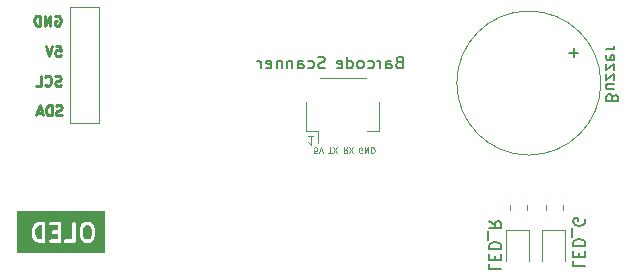
<source format=gbr>
%TF.GenerationSoftware,KiCad,Pcbnew,(7.99.0-200-gad838e3d73)*%
%TF.CreationDate,2024-03-07T11:40:56+07:00*%
%TF.ProjectId,WMS_PCB2,574d535f-5043-4423-922e-6b696361645f,rev?*%
%TF.SameCoordinates,Original*%
%TF.FileFunction,Legend,Bot*%
%TF.FilePolarity,Positive*%
%FSLAX46Y46*%
G04 Gerber Fmt 4.6, Leading zero omitted, Abs format (unit mm)*
G04 Created by KiCad (PCBNEW (7.99.0-200-gad838e3d73)) date 2024-03-07 11:40:56*
%MOMM*%
%LPD*%
G01*
G04 APERTURE LIST*
%ADD10C,0.200000*%
%ADD11C,0.300000*%
%ADD12C,0.100000*%
%ADD13C,0.150000*%
%ADD14C,0.212500*%
%ADD15C,0.120000*%
G04 APERTURE END LIST*
D10*
X240501619Y-94535714D02*
X240501619Y-95011904D01*
X240501619Y-95011904D02*
X241501619Y-95011904D01*
X241025428Y-94202380D02*
X241025428Y-93869047D01*
X240501619Y-93726190D02*
X240501619Y-94202380D01*
X240501619Y-94202380D02*
X241501619Y-94202380D01*
X241501619Y-94202380D02*
X241501619Y-93726190D01*
X240501619Y-93297618D02*
X241501619Y-93297618D01*
X241501619Y-93297618D02*
X241501619Y-93059523D01*
X241501619Y-93059523D02*
X241454000Y-92916666D01*
X241454000Y-92916666D02*
X241358761Y-92821428D01*
X241358761Y-92821428D02*
X241263523Y-92773809D01*
X241263523Y-92773809D02*
X241073047Y-92726190D01*
X241073047Y-92726190D02*
X240930190Y-92726190D01*
X240930190Y-92726190D02*
X240739714Y-92773809D01*
X240739714Y-92773809D02*
X240644476Y-92821428D01*
X240644476Y-92821428D02*
X240549238Y-92916666D01*
X240549238Y-92916666D02*
X240501619Y-93059523D01*
X240501619Y-93059523D02*
X240501619Y-93297618D01*
X240406380Y-92535714D02*
X240406380Y-91773809D01*
X241454000Y-91011904D02*
X241501619Y-91107142D01*
X241501619Y-91107142D02*
X241501619Y-91249999D01*
X241501619Y-91249999D02*
X241454000Y-91392856D01*
X241454000Y-91392856D02*
X241358761Y-91488094D01*
X241358761Y-91488094D02*
X241263523Y-91535713D01*
X241263523Y-91535713D02*
X241073047Y-91583332D01*
X241073047Y-91583332D02*
X240930190Y-91583332D01*
X240930190Y-91583332D02*
X240739714Y-91535713D01*
X240739714Y-91535713D02*
X240644476Y-91488094D01*
X240644476Y-91488094D02*
X240549238Y-91392856D01*
X240549238Y-91392856D02*
X240501619Y-91249999D01*
X240501619Y-91249999D02*
X240501619Y-91154761D01*
X240501619Y-91154761D02*
X240549238Y-91011904D01*
X240549238Y-91011904D02*
X240596857Y-90964285D01*
X240596857Y-90964285D02*
X240930190Y-90964285D01*
X240930190Y-90964285D02*
X240930190Y-91154761D01*
X233389619Y-94789714D02*
X233389619Y-95265904D01*
X233389619Y-95265904D02*
X234389619Y-95265904D01*
X233913428Y-94456380D02*
X233913428Y-94123047D01*
X233389619Y-93980190D02*
X233389619Y-94456380D01*
X233389619Y-94456380D02*
X234389619Y-94456380D01*
X234389619Y-94456380D02*
X234389619Y-93980190D01*
X233389619Y-93551618D02*
X234389619Y-93551618D01*
X234389619Y-93551618D02*
X234389619Y-93313523D01*
X234389619Y-93313523D02*
X234342000Y-93170666D01*
X234342000Y-93170666D02*
X234246761Y-93075428D01*
X234246761Y-93075428D02*
X234151523Y-93027809D01*
X234151523Y-93027809D02*
X233961047Y-92980190D01*
X233961047Y-92980190D02*
X233818190Y-92980190D01*
X233818190Y-92980190D02*
X233627714Y-93027809D01*
X233627714Y-93027809D02*
X233532476Y-93075428D01*
X233532476Y-93075428D02*
X233437238Y-93170666D01*
X233437238Y-93170666D02*
X233389619Y-93313523D01*
X233389619Y-93313523D02*
X233389619Y-93551618D01*
X233294380Y-92789714D02*
X233294380Y-92027809D01*
X233389619Y-91218285D02*
X233865809Y-91551618D01*
X233389619Y-91789713D02*
X234389619Y-91789713D01*
X234389619Y-91789713D02*
X234389619Y-91408761D01*
X234389619Y-91408761D02*
X234342000Y-91313523D01*
X234342000Y-91313523D02*
X234294380Y-91265904D01*
X234294380Y-91265904D02*
X234199142Y-91218285D01*
X234199142Y-91218285D02*
X234056285Y-91218285D01*
X234056285Y-91218285D02*
X233961047Y-91265904D01*
X233961047Y-91265904D02*
X233913428Y-91313523D01*
X233913428Y-91313523D02*
X233865809Y-91408761D01*
X233865809Y-91408761D02*
X233865809Y-91789713D01*
D11*
G36*
X199563146Y-91586278D02*
G01*
X199659412Y-91682544D01*
X199716285Y-91910035D01*
X199716285Y-92373107D01*
X199659412Y-92600597D01*
X199563146Y-92696863D01*
X199473731Y-92741571D01*
X199258838Y-92741571D01*
X199169426Y-92696865D01*
X199073158Y-92600597D01*
X199016285Y-92373105D01*
X199016285Y-91910037D01*
X199073158Y-91682544D01*
X199169425Y-91586277D01*
X199258838Y-91541571D01*
X199473732Y-91541571D01*
X199563146Y-91586278D01*
G37*
G36*
X195501999Y-92741571D02*
G01*
X195319199Y-92741571D01*
X195161597Y-92689037D01*
X195060991Y-92588431D01*
X195007812Y-92482075D01*
X194944856Y-92230250D01*
X194944856Y-92052892D01*
X195007810Y-91801071D01*
X195060991Y-91694711D01*
X195161597Y-91594104D01*
X195319197Y-91541571D01*
X195501999Y-91541571D01*
X195501999Y-92741571D01*
G37*
G36*
X200816286Y-93882286D02*
G01*
X193394856Y-93882286D01*
X193394856Y-92242365D01*
X194638652Y-92242365D01*
X194644856Y-92267181D01*
X194644856Y-92270282D01*
X194650074Y-92288055D01*
X194714282Y-92544887D01*
X194712423Y-92562116D01*
X194724756Y-92586783D01*
X194725994Y-92591732D01*
X194734367Y-92606004D01*
X194795137Y-92727543D01*
X194800503Y-92752207D01*
X194829723Y-92781427D01*
X194857880Y-92811698D01*
X194860720Y-92812424D01*
X194968795Y-92920499D01*
X194991352Y-92948516D01*
X195020430Y-92958208D01*
X195047339Y-92972902D01*
X195061475Y-92971890D01*
X195229581Y-93027926D01*
X195250812Y-93041571D01*
X195292124Y-93041571D01*
X195333449Y-93043066D01*
X195335971Y-93041571D01*
X195641268Y-93041571D01*
X195674248Y-93046313D01*
X195704554Y-93032472D01*
X195736519Y-93023087D01*
X195743993Y-93014461D01*
X195754375Y-93009720D01*
X195772387Y-92981692D01*
X195794204Y-92956514D01*
X195795828Y-92945216D01*
X195801999Y-92935615D01*
X195801999Y-92913820D01*
X196140114Y-92913820D01*
X196176707Y-92993947D01*
X196250812Y-93041571D01*
X196998411Y-93041571D01*
X197031391Y-93046313D01*
X197061697Y-93032472D01*
X197093662Y-93023087D01*
X197101136Y-93014461D01*
X197111518Y-93009720D01*
X197129530Y-92981692D01*
X197151347Y-92956514D01*
X197152971Y-92945216D01*
X197159142Y-92935615D01*
X197159142Y-92913820D01*
X197354400Y-92913820D01*
X197390993Y-92993947D01*
X197465098Y-93041571D01*
X198212697Y-93041571D01*
X198245677Y-93046313D01*
X198275983Y-93032472D01*
X198307948Y-93023087D01*
X198315422Y-93014461D01*
X198325804Y-93009720D01*
X198343816Y-92981692D01*
X198365633Y-92956514D01*
X198367257Y-92945216D01*
X198373428Y-92935615D01*
X198373428Y-92902302D01*
X198378170Y-92869322D01*
X198373428Y-92858939D01*
X198373428Y-92385223D01*
X198710081Y-92385223D01*
X198716285Y-92410039D01*
X198716285Y-92413139D01*
X198721503Y-92430910D01*
X198791627Y-92711402D01*
X198800504Y-92752207D01*
X198818059Y-92769762D01*
X198830624Y-92791179D01*
X198848569Y-92800272D01*
X198961204Y-92912907D01*
X198974094Y-92934609D01*
X199011064Y-92953094D01*
X199047340Y-92972902D01*
X199050262Y-92972693D01*
X199149122Y-93022123D01*
X199179384Y-93041571D01*
X199210037Y-93041571D01*
X199240209Y-93047001D01*
X199253301Y-93041571D01*
X199501066Y-93041571D01*
X199536830Y-93045432D01*
X199564245Y-93031724D01*
X199593662Y-93023087D01*
X199602943Y-93012375D01*
X199702261Y-92962716D01*
X199726922Y-92957352D01*
X199756133Y-92928140D01*
X199786413Y-92899975D01*
X199787139Y-92897134D01*
X199899291Y-92784982D01*
X199929696Y-92756394D01*
X199935717Y-92732309D01*
X199947617Y-92710516D01*
X199946181Y-92690449D01*
X200005818Y-92451901D01*
X200016285Y-92435615D01*
X200016285Y-92410035D01*
X200017037Y-92407027D01*
X200016285Y-92388522D01*
X200016285Y-91916258D01*
X200022489Y-91897920D01*
X200016285Y-91873104D01*
X200016285Y-91870003D01*
X200011066Y-91852229D01*
X199940944Y-91571742D01*
X199932067Y-91530935D01*
X199914511Y-91513379D01*
X199901947Y-91491963D01*
X199884001Y-91482869D01*
X199771364Y-91370232D01*
X199758476Y-91348533D01*
X199721522Y-91330056D01*
X199685231Y-91310239D01*
X199682306Y-91310448D01*
X199583444Y-91261016D01*
X199553186Y-91241571D01*
X199522535Y-91241571D01*
X199492361Y-91236141D01*
X199479269Y-91241571D01*
X199231503Y-91241571D01*
X199195739Y-91237710D01*
X199168323Y-91251418D01*
X199138908Y-91260055D01*
X199129626Y-91270766D01*
X199030311Y-91320424D01*
X199005649Y-91325790D01*
X198976428Y-91355010D01*
X198946158Y-91383167D01*
X198945431Y-91386007D01*
X198833279Y-91498159D01*
X198802875Y-91526748D01*
X198796854Y-91550831D01*
X198784953Y-91572626D01*
X198786388Y-91592693D01*
X198726751Y-91831240D01*
X198716285Y-91847527D01*
X198716285Y-91873106D01*
X198715533Y-91876114D01*
X198716285Y-91894619D01*
X198716285Y-92366884D01*
X198710081Y-92385223D01*
X198373428Y-92385223D01*
X198373428Y-91370003D01*
X198354944Y-91307051D01*
X198288371Y-91249366D01*
X198201179Y-91236829D01*
X198121052Y-91273422D01*
X198073428Y-91347527D01*
X198073428Y-92741571D01*
X197487574Y-92741571D01*
X197424622Y-92760055D01*
X197366937Y-92826628D01*
X197354400Y-92913820D01*
X197159142Y-92913820D01*
X197159142Y-92902302D01*
X197163884Y-92869322D01*
X197159142Y-92858939D01*
X197159142Y-92116588D01*
X197163884Y-92083608D01*
X197159142Y-92073225D01*
X197159142Y-91402302D01*
X197163884Y-91369322D01*
X197150043Y-91339015D01*
X197140658Y-91307051D01*
X197132032Y-91299576D01*
X197127291Y-91289195D01*
X197099263Y-91271182D01*
X197074085Y-91249366D01*
X197062787Y-91247741D01*
X197053186Y-91241571D01*
X197019873Y-91241571D01*
X196986893Y-91236829D01*
X196976510Y-91241571D01*
X196273288Y-91241571D01*
X196210336Y-91260055D01*
X196152651Y-91326628D01*
X196140114Y-91413820D01*
X196176707Y-91493947D01*
X196250812Y-91541571D01*
X196859142Y-91541571D01*
X196859142Y-91955857D01*
X196487574Y-91955857D01*
X196424622Y-91974341D01*
X196366937Y-92040914D01*
X196354400Y-92128106D01*
X196390993Y-92208233D01*
X196465098Y-92255857D01*
X196859142Y-92255857D01*
X196859142Y-92741571D01*
X196273288Y-92741571D01*
X196210336Y-92760055D01*
X196152651Y-92826628D01*
X196140114Y-92913820D01*
X195801999Y-92913820D01*
X195801999Y-92902302D01*
X195806741Y-92869322D01*
X195801999Y-92858939D01*
X195801999Y-91402302D01*
X195806741Y-91369322D01*
X195792900Y-91339015D01*
X195783515Y-91307051D01*
X195774889Y-91299576D01*
X195770148Y-91289195D01*
X195742120Y-91271182D01*
X195716942Y-91249366D01*
X195705644Y-91247741D01*
X195696043Y-91241571D01*
X195662730Y-91241571D01*
X195629750Y-91236829D01*
X195619367Y-91241571D01*
X195313660Y-91241571D01*
X195289205Y-91235341D01*
X195250012Y-91248405D01*
X195210336Y-91260055D01*
X195208416Y-91262270D01*
X195040797Y-91318143D01*
X195005648Y-91325790D01*
X194983973Y-91347464D01*
X194958798Y-91364961D01*
X194953380Y-91378057D01*
X194844945Y-91486492D01*
X194823246Y-91499381D01*
X194804770Y-91536332D01*
X194784952Y-91572626D01*
X194785161Y-91575550D01*
X194744069Y-91657734D01*
X194731445Y-91669605D01*
X194724756Y-91696360D01*
X194722475Y-91700923D01*
X194719543Y-91717210D01*
X194655322Y-91974097D01*
X194644856Y-91990384D01*
X194644856Y-92015964D01*
X194644104Y-92018972D01*
X194644856Y-92037477D01*
X194644856Y-92224026D01*
X194638652Y-92242365D01*
X193394856Y-92242365D01*
X193394856Y-90303714D01*
X200816286Y-90303714D01*
X200816286Y-93882286D01*
G37*
D10*
X243819428Y-80708571D02*
X243771809Y-80565714D01*
X243771809Y-80565714D02*
X243724190Y-80518095D01*
X243724190Y-80518095D02*
X243628952Y-80470476D01*
X243628952Y-80470476D02*
X243486095Y-80470476D01*
X243486095Y-80470476D02*
X243390857Y-80518095D01*
X243390857Y-80518095D02*
X243343238Y-80565714D01*
X243343238Y-80565714D02*
X243295619Y-80660952D01*
X243295619Y-80660952D02*
X243295619Y-81041904D01*
X243295619Y-81041904D02*
X244295619Y-81041904D01*
X244295619Y-81041904D02*
X244295619Y-80708571D01*
X244295619Y-80708571D02*
X244248000Y-80613333D01*
X244248000Y-80613333D02*
X244200380Y-80565714D01*
X244200380Y-80565714D02*
X244105142Y-80518095D01*
X244105142Y-80518095D02*
X244009904Y-80518095D01*
X244009904Y-80518095D02*
X243914666Y-80565714D01*
X243914666Y-80565714D02*
X243867047Y-80613333D01*
X243867047Y-80613333D02*
X243819428Y-80708571D01*
X243819428Y-80708571D02*
X243819428Y-81041904D01*
X243962285Y-79613333D02*
X243295619Y-79613333D01*
X243962285Y-80041904D02*
X243438476Y-80041904D01*
X243438476Y-80041904D02*
X243343238Y-79994285D01*
X243343238Y-79994285D02*
X243295619Y-79899047D01*
X243295619Y-79899047D02*
X243295619Y-79756190D01*
X243295619Y-79756190D02*
X243343238Y-79660952D01*
X243343238Y-79660952D02*
X243390857Y-79613333D01*
X243962285Y-79232380D02*
X243962285Y-78708571D01*
X243962285Y-78708571D02*
X243295619Y-79232380D01*
X243295619Y-79232380D02*
X243295619Y-78708571D01*
X243962285Y-78422856D02*
X243962285Y-77899047D01*
X243962285Y-77899047D02*
X243295619Y-78422856D01*
X243295619Y-78422856D02*
X243295619Y-77899047D01*
X243343238Y-77137142D02*
X243295619Y-77232380D01*
X243295619Y-77232380D02*
X243295619Y-77422856D01*
X243295619Y-77422856D02*
X243343238Y-77518094D01*
X243343238Y-77518094D02*
X243438476Y-77565713D01*
X243438476Y-77565713D02*
X243819428Y-77565713D01*
X243819428Y-77565713D02*
X243914666Y-77518094D01*
X243914666Y-77518094D02*
X243962285Y-77422856D01*
X243962285Y-77422856D02*
X243962285Y-77232380D01*
X243962285Y-77232380D02*
X243914666Y-77137142D01*
X243914666Y-77137142D02*
X243819428Y-77089523D01*
X243819428Y-77089523D02*
X243724190Y-77089523D01*
X243724190Y-77089523D02*
X243628952Y-77565713D01*
X243295619Y-76660951D02*
X243962285Y-76660951D01*
X243771809Y-76660951D02*
X243867047Y-76613332D01*
X243867047Y-76613332D02*
X243914666Y-76565713D01*
X243914666Y-76565713D02*
X243962285Y-76470475D01*
X243962285Y-76470475D02*
X243962285Y-76375237D01*
D12*
%TO.C,U4*%
X218503428Y-83983214D02*
X218074857Y-83983214D01*
X218289142Y-83983214D02*
X218289142Y-84733214D01*
X218289142Y-84733214D02*
X218217714Y-84626071D01*
X218217714Y-84626071D02*
X218146285Y-84554642D01*
X218146285Y-84554642D02*
X218074857Y-84518928D01*
X219757619Y-85444809D02*
X220043333Y-85444809D01*
X219900476Y-84944809D02*
X219900476Y-85444809D01*
X220162380Y-85444809D02*
X220495713Y-84944809D01*
X220495713Y-85444809D02*
X220162380Y-84944809D01*
X218797142Y-85444809D02*
X218559047Y-85444809D01*
X218559047Y-85444809D02*
X218535238Y-85206714D01*
X218535238Y-85206714D02*
X218559047Y-85230523D01*
X218559047Y-85230523D02*
X218606666Y-85254333D01*
X218606666Y-85254333D02*
X218725714Y-85254333D01*
X218725714Y-85254333D02*
X218773333Y-85230523D01*
X218773333Y-85230523D02*
X218797142Y-85206714D01*
X218797142Y-85206714D02*
X218820952Y-85159095D01*
X218820952Y-85159095D02*
X218820952Y-85040047D01*
X218820952Y-85040047D02*
X218797142Y-84992428D01*
X218797142Y-84992428D02*
X218773333Y-84968619D01*
X218773333Y-84968619D02*
X218725714Y-84944809D01*
X218725714Y-84944809D02*
X218606666Y-84944809D01*
X218606666Y-84944809D02*
X218559047Y-84968619D01*
X218559047Y-84968619D02*
X218535238Y-84992428D01*
X218963809Y-85444809D02*
X219130475Y-84944809D01*
X219130475Y-84944809D02*
X219297142Y-85444809D01*
X222630952Y-85421000D02*
X222583333Y-85444809D01*
X222583333Y-85444809D02*
X222511904Y-85444809D01*
X222511904Y-85444809D02*
X222440476Y-85421000D01*
X222440476Y-85421000D02*
X222392857Y-85373380D01*
X222392857Y-85373380D02*
X222369047Y-85325761D01*
X222369047Y-85325761D02*
X222345238Y-85230523D01*
X222345238Y-85230523D02*
X222345238Y-85159095D01*
X222345238Y-85159095D02*
X222369047Y-85063857D01*
X222369047Y-85063857D02*
X222392857Y-85016238D01*
X222392857Y-85016238D02*
X222440476Y-84968619D01*
X222440476Y-84968619D02*
X222511904Y-84944809D01*
X222511904Y-84944809D02*
X222559523Y-84944809D01*
X222559523Y-84944809D02*
X222630952Y-84968619D01*
X222630952Y-84968619D02*
X222654761Y-84992428D01*
X222654761Y-84992428D02*
X222654761Y-85159095D01*
X222654761Y-85159095D02*
X222559523Y-85159095D01*
X222869047Y-84944809D02*
X222869047Y-85444809D01*
X222869047Y-85444809D02*
X223154761Y-84944809D01*
X223154761Y-84944809D02*
X223154761Y-85444809D01*
X223392857Y-84944809D02*
X223392857Y-85444809D01*
X223392857Y-85444809D02*
X223511905Y-85444809D01*
X223511905Y-85444809D02*
X223583333Y-85421000D01*
X223583333Y-85421000D02*
X223630952Y-85373380D01*
X223630952Y-85373380D02*
X223654762Y-85325761D01*
X223654762Y-85325761D02*
X223678571Y-85230523D01*
X223678571Y-85230523D02*
X223678571Y-85159095D01*
X223678571Y-85159095D02*
X223654762Y-85063857D01*
X223654762Y-85063857D02*
X223630952Y-85016238D01*
X223630952Y-85016238D02*
X223583333Y-84968619D01*
X223583333Y-84968619D02*
X223511905Y-84944809D01*
X223511905Y-84944809D02*
X223392857Y-84944809D01*
D10*
X225742571Y-77744571D02*
X225599714Y-77792190D01*
X225599714Y-77792190D02*
X225552095Y-77839809D01*
X225552095Y-77839809D02*
X225504476Y-77935047D01*
X225504476Y-77935047D02*
X225504476Y-78077904D01*
X225504476Y-78077904D02*
X225552095Y-78173142D01*
X225552095Y-78173142D02*
X225599714Y-78220761D01*
X225599714Y-78220761D02*
X225694952Y-78268380D01*
X225694952Y-78268380D02*
X226075904Y-78268380D01*
X226075904Y-78268380D02*
X226075904Y-77268380D01*
X226075904Y-77268380D02*
X225742571Y-77268380D01*
X225742571Y-77268380D02*
X225647333Y-77316000D01*
X225647333Y-77316000D02*
X225599714Y-77363619D01*
X225599714Y-77363619D02*
X225552095Y-77458857D01*
X225552095Y-77458857D02*
X225552095Y-77554095D01*
X225552095Y-77554095D02*
X225599714Y-77649333D01*
X225599714Y-77649333D02*
X225647333Y-77696952D01*
X225647333Y-77696952D02*
X225742571Y-77744571D01*
X225742571Y-77744571D02*
X226075904Y-77744571D01*
X224647333Y-78268380D02*
X224647333Y-77744571D01*
X224647333Y-77744571D02*
X224694952Y-77649333D01*
X224694952Y-77649333D02*
X224790190Y-77601714D01*
X224790190Y-77601714D02*
X224980666Y-77601714D01*
X224980666Y-77601714D02*
X225075904Y-77649333D01*
X224647333Y-78220761D02*
X224742571Y-78268380D01*
X224742571Y-78268380D02*
X224980666Y-78268380D01*
X224980666Y-78268380D02*
X225075904Y-78220761D01*
X225075904Y-78220761D02*
X225123523Y-78125523D01*
X225123523Y-78125523D02*
X225123523Y-78030285D01*
X225123523Y-78030285D02*
X225075904Y-77935047D01*
X225075904Y-77935047D02*
X224980666Y-77887428D01*
X224980666Y-77887428D02*
X224742571Y-77887428D01*
X224742571Y-77887428D02*
X224647333Y-77839809D01*
X224171142Y-78268380D02*
X224171142Y-77601714D01*
X224171142Y-77792190D02*
X224123523Y-77696952D01*
X224123523Y-77696952D02*
X224075904Y-77649333D01*
X224075904Y-77649333D02*
X223980666Y-77601714D01*
X223980666Y-77601714D02*
X223885428Y-77601714D01*
X223123523Y-78220761D02*
X223218761Y-78268380D01*
X223218761Y-78268380D02*
X223409237Y-78268380D01*
X223409237Y-78268380D02*
X223504475Y-78220761D01*
X223504475Y-78220761D02*
X223552094Y-78173142D01*
X223552094Y-78173142D02*
X223599713Y-78077904D01*
X223599713Y-78077904D02*
X223599713Y-77792190D01*
X223599713Y-77792190D02*
X223552094Y-77696952D01*
X223552094Y-77696952D02*
X223504475Y-77649333D01*
X223504475Y-77649333D02*
X223409237Y-77601714D01*
X223409237Y-77601714D02*
X223218761Y-77601714D01*
X223218761Y-77601714D02*
X223123523Y-77649333D01*
X222552094Y-78268380D02*
X222647332Y-78220761D01*
X222647332Y-78220761D02*
X222694951Y-78173142D01*
X222694951Y-78173142D02*
X222742570Y-78077904D01*
X222742570Y-78077904D02*
X222742570Y-77792190D01*
X222742570Y-77792190D02*
X222694951Y-77696952D01*
X222694951Y-77696952D02*
X222647332Y-77649333D01*
X222647332Y-77649333D02*
X222552094Y-77601714D01*
X222552094Y-77601714D02*
X222409237Y-77601714D01*
X222409237Y-77601714D02*
X222313999Y-77649333D01*
X222313999Y-77649333D02*
X222266380Y-77696952D01*
X222266380Y-77696952D02*
X222218761Y-77792190D01*
X222218761Y-77792190D02*
X222218761Y-78077904D01*
X222218761Y-78077904D02*
X222266380Y-78173142D01*
X222266380Y-78173142D02*
X222313999Y-78220761D01*
X222313999Y-78220761D02*
X222409237Y-78268380D01*
X222409237Y-78268380D02*
X222552094Y-78268380D01*
X221361618Y-78268380D02*
X221361618Y-77268380D01*
X221361618Y-78220761D02*
X221456856Y-78268380D01*
X221456856Y-78268380D02*
X221647332Y-78268380D01*
X221647332Y-78268380D02*
X221742570Y-78220761D01*
X221742570Y-78220761D02*
X221790189Y-78173142D01*
X221790189Y-78173142D02*
X221837808Y-78077904D01*
X221837808Y-78077904D02*
X221837808Y-77792190D01*
X221837808Y-77792190D02*
X221790189Y-77696952D01*
X221790189Y-77696952D02*
X221742570Y-77649333D01*
X221742570Y-77649333D02*
X221647332Y-77601714D01*
X221647332Y-77601714D02*
X221456856Y-77601714D01*
X221456856Y-77601714D02*
X221361618Y-77649333D01*
X220504475Y-78220761D02*
X220599713Y-78268380D01*
X220599713Y-78268380D02*
X220790189Y-78268380D01*
X220790189Y-78268380D02*
X220885427Y-78220761D01*
X220885427Y-78220761D02*
X220933046Y-78125523D01*
X220933046Y-78125523D02*
X220933046Y-77744571D01*
X220933046Y-77744571D02*
X220885427Y-77649333D01*
X220885427Y-77649333D02*
X220790189Y-77601714D01*
X220790189Y-77601714D02*
X220599713Y-77601714D01*
X220599713Y-77601714D02*
X220504475Y-77649333D01*
X220504475Y-77649333D02*
X220456856Y-77744571D01*
X220456856Y-77744571D02*
X220456856Y-77839809D01*
X220456856Y-77839809D02*
X220933046Y-77935047D01*
X219475903Y-78220761D02*
X219333046Y-78268380D01*
X219333046Y-78268380D02*
X219094951Y-78268380D01*
X219094951Y-78268380D02*
X218999713Y-78220761D01*
X218999713Y-78220761D02*
X218952094Y-78173142D01*
X218952094Y-78173142D02*
X218904475Y-78077904D01*
X218904475Y-78077904D02*
X218904475Y-77982666D01*
X218904475Y-77982666D02*
X218952094Y-77887428D01*
X218952094Y-77887428D02*
X218999713Y-77839809D01*
X218999713Y-77839809D02*
X219094951Y-77792190D01*
X219094951Y-77792190D02*
X219285427Y-77744571D01*
X219285427Y-77744571D02*
X219380665Y-77696952D01*
X219380665Y-77696952D02*
X219428284Y-77649333D01*
X219428284Y-77649333D02*
X219475903Y-77554095D01*
X219475903Y-77554095D02*
X219475903Y-77458857D01*
X219475903Y-77458857D02*
X219428284Y-77363619D01*
X219428284Y-77363619D02*
X219380665Y-77316000D01*
X219380665Y-77316000D02*
X219285427Y-77268380D01*
X219285427Y-77268380D02*
X219047332Y-77268380D01*
X219047332Y-77268380D02*
X218904475Y-77316000D01*
X218047332Y-78220761D02*
X218142570Y-78268380D01*
X218142570Y-78268380D02*
X218333046Y-78268380D01*
X218333046Y-78268380D02*
X218428284Y-78220761D01*
X218428284Y-78220761D02*
X218475903Y-78173142D01*
X218475903Y-78173142D02*
X218523522Y-78077904D01*
X218523522Y-78077904D02*
X218523522Y-77792190D01*
X218523522Y-77792190D02*
X218475903Y-77696952D01*
X218475903Y-77696952D02*
X218428284Y-77649333D01*
X218428284Y-77649333D02*
X218333046Y-77601714D01*
X218333046Y-77601714D02*
X218142570Y-77601714D01*
X218142570Y-77601714D02*
X218047332Y-77649333D01*
X217190189Y-78268380D02*
X217190189Y-77744571D01*
X217190189Y-77744571D02*
X217237808Y-77649333D01*
X217237808Y-77649333D02*
X217333046Y-77601714D01*
X217333046Y-77601714D02*
X217523522Y-77601714D01*
X217523522Y-77601714D02*
X217618760Y-77649333D01*
X217190189Y-78220761D02*
X217285427Y-78268380D01*
X217285427Y-78268380D02*
X217523522Y-78268380D01*
X217523522Y-78268380D02*
X217618760Y-78220761D01*
X217618760Y-78220761D02*
X217666379Y-78125523D01*
X217666379Y-78125523D02*
X217666379Y-78030285D01*
X217666379Y-78030285D02*
X217618760Y-77935047D01*
X217618760Y-77935047D02*
X217523522Y-77887428D01*
X217523522Y-77887428D02*
X217285427Y-77887428D01*
X217285427Y-77887428D02*
X217190189Y-77839809D01*
X216713998Y-77601714D02*
X216713998Y-78268380D01*
X216713998Y-77696952D02*
X216666379Y-77649333D01*
X216666379Y-77649333D02*
X216571141Y-77601714D01*
X216571141Y-77601714D02*
X216428284Y-77601714D01*
X216428284Y-77601714D02*
X216333046Y-77649333D01*
X216333046Y-77649333D02*
X216285427Y-77744571D01*
X216285427Y-77744571D02*
X216285427Y-78268380D01*
X215809236Y-77601714D02*
X215809236Y-78268380D01*
X215809236Y-77696952D02*
X215761617Y-77649333D01*
X215761617Y-77649333D02*
X215666379Y-77601714D01*
X215666379Y-77601714D02*
X215523522Y-77601714D01*
X215523522Y-77601714D02*
X215428284Y-77649333D01*
X215428284Y-77649333D02*
X215380665Y-77744571D01*
X215380665Y-77744571D02*
X215380665Y-78268380D01*
X214523522Y-78220761D02*
X214618760Y-78268380D01*
X214618760Y-78268380D02*
X214809236Y-78268380D01*
X214809236Y-78268380D02*
X214904474Y-78220761D01*
X214904474Y-78220761D02*
X214952093Y-78125523D01*
X214952093Y-78125523D02*
X214952093Y-77744571D01*
X214952093Y-77744571D02*
X214904474Y-77649333D01*
X214904474Y-77649333D02*
X214809236Y-77601714D01*
X214809236Y-77601714D02*
X214618760Y-77601714D01*
X214618760Y-77601714D02*
X214523522Y-77649333D01*
X214523522Y-77649333D02*
X214475903Y-77744571D01*
X214475903Y-77744571D02*
X214475903Y-77839809D01*
X214475903Y-77839809D02*
X214952093Y-77935047D01*
X214047331Y-78268380D02*
X214047331Y-77601714D01*
X214047331Y-77792190D02*
X213999712Y-77696952D01*
X213999712Y-77696952D02*
X213952093Y-77649333D01*
X213952093Y-77649333D02*
X213856855Y-77601714D01*
X213856855Y-77601714D02*
X213761617Y-77601714D01*
D12*
X221384761Y-84944809D02*
X221218095Y-85182904D01*
X221099047Y-84944809D02*
X221099047Y-85444809D01*
X221099047Y-85444809D02*
X221289523Y-85444809D01*
X221289523Y-85444809D02*
X221337142Y-85421000D01*
X221337142Y-85421000D02*
X221360952Y-85397190D01*
X221360952Y-85397190D02*
X221384761Y-85349571D01*
X221384761Y-85349571D02*
X221384761Y-85278142D01*
X221384761Y-85278142D02*
X221360952Y-85230523D01*
X221360952Y-85230523D02*
X221337142Y-85206714D01*
X221337142Y-85206714D02*
X221289523Y-85182904D01*
X221289523Y-85182904D02*
X221099047Y-85182904D01*
X221551428Y-85444809D02*
X221884761Y-84944809D01*
X221884761Y-85444809D02*
X221551428Y-84944809D01*
D13*
%TO.C,BZ1*%
X240928951Y-76948428D02*
X240167047Y-76948428D01*
X240547999Y-77329380D02*
X240547999Y-76567476D01*
D14*
%TO.C,Brd1*%
X196642380Y-73847101D02*
X196723333Y-73806624D01*
X196723333Y-73806624D02*
X196844761Y-73806624D01*
X196844761Y-73806624D02*
X196966190Y-73847101D01*
X196966190Y-73847101D02*
X197047142Y-73928053D01*
X197047142Y-73928053D02*
X197087619Y-74009005D01*
X197087619Y-74009005D02*
X197128095Y-74170910D01*
X197128095Y-74170910D02*
X197128095Y-74292339D01*
X197128095Y-74292339D02*
X197087619Y-74454243D01*
X197087619Y-74454243D02*
X197047142Y-74535196D01*
X197047142Y-74535196D02*
X196966190Y-74616148D01*
X196966190Y-74616148D02*
X196844761Y-74656624D01*
X196844761Y-74656624D02*
X196763809Y-74656624D01*
X196763809Y-74656624D02*
X196642380Y-74616148D01*
X196642380Y-74616148D02*
X196601904Y-74575672D01*
X196601904Y-74575672D02*
X196601904Y-74292339D01*
X196601904Y-74292339D02*
X196763809Y-74292339D01*
X196237619Y-74656624D02*
X196237619Y-73806624D01*
X196237619Y-73806624D02*
X195751904Y-74656624D01*
X195751904Y-74656624D02*
X195751904Y-73806624D01*
X195347143Y-74656624D02*
X195347143Y-73806624D01*
X195347143Y-73806624D02*
X195144762Y-73806624D01*
X195144762Y-73806624D02*
X195023333Y-73847101D01*
X195023333Y-73847101D02*
X194942381Y-73928053D01*
X194942381Y-73928053D02*
X194901904Y-74009005D01*
X194901904Y-74009005D02*
X194861428Y-74170910D01*
X194861428Y-74170910D02*
X194861428Y-74292339D01*
X194861428Y-74292339D02*
X194901904Y-74454243D01*
X194901904Y-74454243D02*
X194942381Y-74535196D01*
X194942381Y-74535196D02*
X195023333Y-74616148D01*
X195023333Y-74616148D02*
X195144762Y-74656624D01*
X195144762Y-74656624D02*
X195347143Y-74656624D01*
X197128095Y-79696148D02*
X197006666Y-79736624D01*
X197006666Y-79736624D02*
X196804285Y-79736624D01*
X196804285Y-79736624D02*
X196723333Y-79696148D01*
X196723333Y-79696148D02*
X196682857Y-79655672D01*
X196682857Y-79655672D02*
X196642380Y-79574720D01*
X196642380Y-79574720D02*
X196642380Y-79493767D01*
X196642380Y-79493767D02*
X196682857Y-79412815D01*
X196682857Y-79412815D02*
X196723333Y-79372339D01*
X196723333Y-79372339D02*
X196804285Y-79331862D01*
X196804285Y-79331862D02*
X196966190Y-79291386D01*
X196966190Y-79291386D02*
X197047142Y-79250910D01*
X197047142Y-79250910D02*
X197087619Y-79210434D01*
X197087619Y-79210434D02*
X197128095Y-79129481D01*
X197128095Y-79129481D02*
X197128095Y-79048529D01*
X197128095Y-79048529D02*
X197087619Y-78967577D01*
X197087619Y-78967577D02*
X197047142Y-78927101D01*
X197047142Y-78927101D02*
X196966190Y-78886624D01*
X196966190Y-78886624D02*
X196763809Y-78886624D01*
X196763809Y-78886624D02*
X196642380Y-78927101D01*
X195792380Y-79655672D02*
X195832856Y-79696148D01*
X195832856Y-79696148D02*
X195954285Y-79736624D01*
X195954285Y-79736624D02*
X196035237Y-79736624D01*
X196035237Y-79736624D02*
X196156666Y-79696148D01*
X196156666Y-79696148D02*
X196237618Y-79615196D01*
X196237618Y-79615196D02*
X196278095Y-79534243D01*
X196278095Y-79534243D02*
X196318571Y-79372339D01*
X196318571Y-79372339D02*
X196318571Y-79250910D01*
X196318571Y-79250910D02*
X196278095Y-79089005D01*
X196278095Y-79089005D02*
X196237618Y-79008053D01*
X196237618Y-79008053D02*
X196156666Y-78927101D01*
X196156666Y-78927101D02*
X196035237Y-78886624D01*
X196035237Y-78886624D02*
X195954285Y-78886624D01*
X195954285Y-78886624D02*
X195832856Y-78927101D01*
X195832856Y-78927101D02*
X195792380Y-78967577D01*
X195023333Y-79736624D02*
X195428095Y-79736624D01*
X195428095Y-79736624D02*
X195428095Y-78886624D01*
X196682857Y-76372024D02*
X197087619Y-76372024D01*
X197087619Y-76372024D02*
X197128095Y-76776786D01*
X197128095Y-76776786D02*
X197087619Y-76736310D01*
X197087619Y-76736310D02*
X197006666Y-76695834D01*
X197006666Y-76695834D02*
X196804285Y-76695834D01*
X196804285Y-76695834D02*
X196723333Y-76736310D01*
X196723333Y-76736310D02*
X196682857Y-76776786D01*
X196682857Y-76776786D02*
X196642380Y-76857739D01*
X196642380Y-76857739D02*
X196642380Y-77060120D01*
X196642380Y-77060120D02*
X196682857Y-77141072D01*
X196682857Y-77141072D02*
X196723333Y-77181548D01*
X196723333Y-77181548D02*
X196804285Y-77222024D01*
X196804285Y-77222024D02*
X197006666Y-77222024D01*
X197006666Y-77222024D02*
X197087619Y-77181548D01*
X197087619Y-77181548D02*
X197128095Y-77141072D01*
X196399523Y-76372024D02*
X196116190Y-77222024D01*
X196116190Y-77222024D02*
X195832856Y-76372024D01*
X197178895Y-82210748D02*
X197057466Y-82251224D01*
X197057466Y-82251224D02*
X196855085Y-82251224D01*
X196855085Y-82251224D02*
X196774133Y-82210748D01*
X196774133Y-82210748D02*
X196733657Y-82170272D01*
X196733657Y-82170272D02*
X196693180Y-82089320D01*
X196693180Y-82089320D02*
X196693180Y-82008367D01*
X196693180Y-82008367D02*
X196733657Y-81927415D01*
X196733657Y-81927415D02*
X196774133Y-81886939D01*
X196774133Y-81886939D02*
X196855085Y-81846462D01*
X196855085Y-81846462D02*
X197016990Y-81805986D01*
X197016990Y-81805986D02*
X197097942Y-81765510D01*
X197097942Y-81765510D02*
X197138419Y-81725034D01*
X197138419Y-81725034D02*
X197178895Y-81644081D01*
X197178895Y-81644081D02*
X197178895Y-81563129D01*
X197178895Y-81563129D02*
X197138419Y-81482177D01*
X197138419Y-81482177D02*
X197097942Y-81441701D01*
X197097942Y-81441701D02*
X197016990Y-81401224D01*
X197016990Y-81401224D02*
X196814609Y-81401224D01*
X196814609Y-81401224D02*
X196693180Y-81441701D01*
X196328895Y-82251224D02*
X196328895Y-81401224D01*
X196328895Y-81401224D02*
X196126514Y-81401224D01*
X196126514Y-81401224D02*
X196005085Y-81441701D01*
X196005085Y-81441701D02*
X195924133Y-81522653D01*
X195924133Y-81522653D02*
X195883656Y-81603605D01*
X195883656Y-81603605D02*
X195843180Y-81765510D01*
X195843180Y-81765510D02*
X195843180Y-81886939D01*
X195843180Y-81886939D02*
X195883656Y-82048843D01*
X195883656Y-82048843D02*
X195924133Y-82129796D01*
X195924133Y-82129796D02*
X196005085Y-82210748D01*
X196005085Y-82210748D02*
X196126514Y-82251224D01*
X196126514Y-82251224D02*
X196328895Y-82251224D01*
X195519371Y-82008367D02*
X195114609Y-82008367D01*
X195600323Y-82251224D02*
X195316990Y-81401224D01*
X195316990Y-81401224D02*
X195033656Y-82251224D01*
D15*
%TO.C,U4*%
X217870000Y-81073000D02*
X217870000Y-83573000D01*
X217870000Y-83573000D02*
X218920000Y-83573000D01*
X218920000Y-83573000D02*
X218920000Y-84563000D01*
X219040000Y-79103000D02*
X222920000Y-79103000D01*
X224090000Y-81073000D02*
X224090000Y-83573000D01*
X224090000Y-83573000D02*
X223040000Y-83573000D01*
%TO.C,R2*%
X236574000Y-89792436D02*
X236574000Y-90246564D01*
X235104000Y-89792436D02*
X235104000Y-90246564D01*
%TO.C,BZ1*%
X242838000Y-79502000D02*
G75*
G03*
X242838000Y-79502000I-6100000J0D01*
G01*
%TO.C,Brd1*%
X197925000Y-73089000D02*
X200338000Y-73089000D01*
X197925000Y-73089000D02*
X197925000Y-82868000D01*
X200338000Y-82868000D02*
X200338000Y-73089000D01*
X197925000Y-82868000D02*
X200338000Y-82868000D01*
%TO.C,D1*%
X239802000Y-91912000D02*
X239802000Y-94597000D01*
X237882000Y-91912000D02*
X239802000Y-91912000D01*
X237882000Y-94597000D02*
X237882000Y-91912000D01*
%TO.C,D2*%
X236762000Y-91912000D02*
X236762000Y-94597000D01*
X234842000Y-91912000D02*
X236762000Y-91912000D01*
X234842000Y-94597000D02*
X234842000Y-91912000D01*
%TO.C,R1*%
X239622000Y-89839436D02*
X239622000Y-90293564D01*
X238152000Y-89839436D02*
X238152000Y-90293564D01*
%TD*%
M02*

</source>
